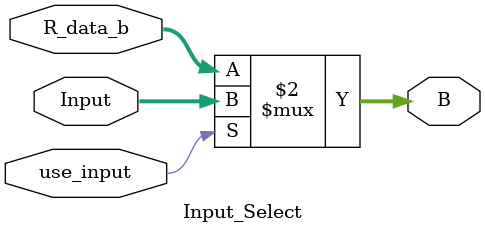
<source format=v>

`timescale 1ns / 1ps

module Input_Select (
    input [7:0] Input, R_data_b,
    input use_input,
    output [7:0] B
    );
    
    assign B = use_input == 1 ? Input : R_data_b;
    
endmodule

</source>
